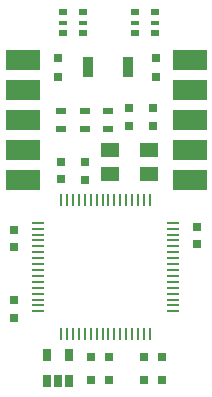
<source format=gtp>
G04 #@! TF.GenerationSoftware,KiCad,Pcbnew,(6.0.0-rc1-dev-1248-ged6c68a1e)*
G04 #@! TF.CreationDate,2018-12-01T18:11:37-05:00*
G04 #@! TF.ProjectId,cuttle2fish,63757474-6c65-4326-9669-73682e6b6963,rev?*
G04 #@! TF.SameCoordinates,Original*
G04 #@! TF.FileFunction,Paste,Top*
G04 #@! TF.FilePolarity,Positive*
%FSLAX46Y46*%
G04 Gerber Fmt 4.6, Leading zero omitted, Abs format (unit mm)*
G04 Created by KiCad (PCBNEW (6.0.0-rc1-dev-1248-ged6c68a1e)) date 12/1/2018 6:11:37 PM*
%MOMM*%
%LPD*%
G01*
G04 APERTURE LIST*
%ADD10R,0.250000X1.000000*%
%ADD11R,1.000000X0.250000*%
%ADD12R,0.900000X1.700000*%
%ADD13R,0.650000X1.060000*%
%ADD14R,1.600000X1.300000*%
%ADD15R,0.800000X0.500000*%
%ADD16R,0.800000X0.300000*%
%ADD17R,0.900000X0.500000*%
%ADD18R,3.000000X1.700000*%
%ADD19R,0.800000X0.800000*%
%ADD20R,0.750000X0.800000*%
%ADD21R,0.800000X0.750000*%
G04 APERTURE END LIST*
D10*
G04 #@! TO.C,U2*
X116000000Y-69230000D03*
X115500000Y-69230000D03*
X115000000Y-69230000D03*
X114500000Y-69230000D03*
X114000000Y-69230000D03*
X113500000Y-69230000D03*
X113000000Y-69230000D03*
X112500000Y-69230000D03*
X112000000Y-69230000D03*
X111500000Y-69230000D03*
X111000000Y-69230000D03*
X110500000Y-69230000D03*
X110000000Y-69230000D03*
X109500000Y-69230000D03*
X109000000Y-69230000D03*
X108500000Y-69230000D03*
D11*
X106550000Y-71180000D03*
X106550000Y-71680000D03*
X106550000Y-72180000D03*
X106550000Y-72680000D03*
X106550000Y-73180000D03*
X106550000Y-73680000D03*
X106550000Y-74180000D03*
X106550000Y-74680000D03*
X106550000Y-75180000D03*
X106550000Y-75680000D03*
X106550000Y-76180000D03*
X106550000Y-76680000D03*
X106550000Y-77180000D03*
X106550000Y-77680000D03*
X106550000Y-78180000D03*
X106550000Y-78680000D03*
D10*
X108500000Y-80630000D03*
X109000000Y-80630000D03*
X109500000Y-80630000D03*
X110000000Y-80630000D03*
X110500000Y-80630000D03*
X111000000Y-80630000D03*
X111500000Y-80630000D03*
X112000000Y-80630000D03*
X112500000Y-80630000D03*
X113000000Y-80630000D03*
X113500000Y-80630000D03*
X114000000Y-80630000D03*
X114500000Y-80630000D03*
X115000000Y-80630000D03*
X115500000Y-80630000D03*
X116000000Y-80630000D03*
D11*
X117950000Y-78680000D03*
X117950000Y-78180000D03*
X117950000Y-77680000D03*
X117950000Y-77180000D03*
X117950000Y-76680000D03*
X117950000Y-76180000D03*
X117950000Y-75680000D03*
X117950000Y-75180000D03*
X117950000Y-74680000D03*
X117950000Y-74180000D03*
X117950000Y-73680000D03*
X117950000Y-73180000D03*
X117950000Y-72680000D03*
X117950000Y-72180000D03*
X117950000Y-71680000D03*
X117950000Y-71180000D03*
G04 #@! TD*
D12*
G04 #@! TO.C,SW1*
X110800000Y-58000000D03*
X114200000Y-58000000D03*
G04 #@! TD*
D13*
G04 #@! TO.C,U1*
X107300000Y-82400000D03*
X109200000Y-82400000D03*
X109200000Y-84600000D03*
X108250000Y-84600000D03*
X107300000Y-84600000D03*
G04 #@! TD*
D14*
G04 #@! TO.C,Y1*
X112650000Y-65040000D03*
X115950000Y-65040000D03*
X115950000Y-67040000D03*
X112650000Y-67040000D03*
G04 #@! TD*
D15*
G04 #@! TO.C,U4*
X114720000Y-53350000D03*
D16*
X114720000Y-54250000D03*
D15*
X114720000Y-55150000D03*
X116420000Y-55150000D03*
D16*
X116420000Y-54250000D03*
D15*
X116420000Y-53350000D03*
G04 #@! TD*
G04 #@! TO.C,U3*
X108650000Y-53350000D03*
D16*
X108650000Y-54250000D03*
D15*
X108650000Y-55150000D03*
X110350000Y-55150000D03*
D16*
X110350000Y-54250000D03*
D15*
X110350000Y-53350000D03*
G04 #@! TD*
D17*
G04 #@! TO.C,R3*
X108500000Y-61750000D03*
X108500000Y-63250000D03*
G04 #@! TD*
G04 #@! TO.C,R2*
X112500000Y-61750000D03*
X112500000Y-63250000D03*
G04 #@! TD*
G04 #@! TO.C,R1*
X110500000Y-61750000D03*
X110500000Y-63250000D03*
G04 #@! TD*
D18*
G04 #@! TO.C,J3*
X105250000Y-67580000D03*
X105250000Y-65040000D03*
X105250000Y-62500000D03*
X105250000Y-59960000D03*
X105250000Y-57420000D03*
G04 #@! TD*
G04 #@! TO.C,J2*
X119380000Y-67580000D03*
X119380000Y-65040000D03*
X119380000Y-62500000D03*
X119380000Y-59960000D03*
X119380000Y-57420000D03*
G04 #@! TD*
D19*
G04 #@! TO.C,D2*
X108250000Y-57200000D03*
X108250000Y-58800000D03*
G04 #@! TD*
G04 #@! TO.C,D1*
X116500000Y-57200000D03*
X116500000Y-58800000D03*
G04 #@! TD*
D20*
G04 #@! TO.C,C11*
X116250000Y-63000000D03*
X116250000Y-61500000D03*
G04 #@! TD*
G04 #@! TO.C,C10*
X114250000Y-63000000D03*
X114250000Y-61500000D03*
G04 #@! TD*
D21*
G04 #@! TO.C,C9*
X117000000Y-84500000D03*
X115500000Y-84500000D03*
G04 #@! TD*
G04 #@! TO.C,C8*
X111010000Y-82550000D03*
X112510000Y-82550000D03*
G04 #@! TD*
G04 #@! TO.C,C7*
X111010000Y-84500000D03*
X112510000Y-84500000D03*
G04 #@! TD*
D20*
G04 #@! TO.C,C6*
X108500000Y-66000000D03*
X108500000Y-67500000D03*
G04 #@! TD*
G04 #@! TO.C,C5*
X120000000Y-71500000D03*
X120000000Y-73000000D03*
G04 #@! TD*
D21*
G04 #@! TO.C,C4*
X117000000Y-82550000D03*
X115500000Y-82550000D03*
G04 #@! TD*
D20*
G04 #@! TO.C,C3*
X104500000Y-79250000D03*
X104500000Y-77750000D03*
G04 #@! TD*
G04 #@! TO.C,C2*
X104500000Y-73250000D03*
X104500000Y-71750000D03*
G04 #@! TD*
G04 #@! TO.C,C1*
X110500000Y-67540000D03*
X110500000Y-66040000D03*
G04 #@! TD*
M02*

</source>
